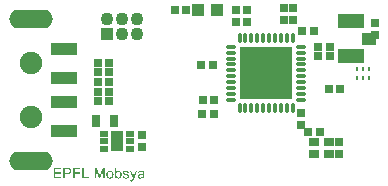
<source format=gts>
%FSLAX44Y44*%
%MOMM*%
G71*
G01*
G75*
G04 Layer_Color=8388736*
%ADD10C,0.3000*%
%ADD11C,0.4000*%
%ADD12R,1.0000X1.0000*%
%ADD13R,0.6000X0.6000*%
%ADD14R,0.7500X0.6500*%
%ADD15R,0.2500X0.4000*%
%ADD16O,0.7500X0.2800*%
%ADD17O,0.2800X0.7500*%
%ADD18R,4.5000X4.5000*%
%ADD19R,0.6000X0.3500*%
%ADD20R,1.0000X1.6000*%
%ADD21R,0.6000X0.6000*%
%ADD22R,0.7000X0.9000*%
%ADD23R,2.1000X1.0000*%
%ADD24R,2.2000X1.0500*%
%ADD25R,1.0500X1.0000*%
%ADD26R,3.9400X0.5000*%
%ADD27R,0.5000X2.0000*%
%ADD28R,2.6400X0.5000*%
%ADD29R,4.9000X0.5000*%
%ADD30R,0.5000X5.0000*%
%ADD31R,4.9000X0.9000*%
%ADD32R,0.5000X2.7000*%
%ADD33C,0.1500*%
%ADD34C,0.2500*%
%ADD35R,0.8000X0.3000*%
%ADD36R,0.1270X0.9398*%
%ADD37R,1.0000X0.1000*%
%ADD38R,0.1000X0.7000*%
%ADD39R,0.9000X0.3000*%
%ADD40R,0.2000X0.8000*%
%ADD41R,0.2000X0.7000*%
%ADD42R,0.2000X0.6000*%
%ADD43R,0.8000X0.2000*%
%ADD44R,1.2056X0.3999*%
%ADD45R,0.2000X1.1000*%
%ADD46R,1.0562X0.1836*%
%ADD47R,0.5334X0.2032*%
%ADD48R,0.5000X0.2259*%
%ADD49R,0.1818X0.4999*%
%ADD50R,0.4999X0.3145*%
%ADD51R,0.2939X0.5000*%
%ADD52R,0.2119X0.5000*%
%ADD53R,0.5860X0.9000*%
%ADD54R,0.4872X0.5000*%
%ADD55R,0.4658X0.5000*%
%ADD56R,0.4997X0.1609*%
%ADD57R,0.3013X0.5000*%
%ADD58C,1.0000*%
%ADD59R,1.0000X1.0000*%
%ADD60C,1.8000*%
%ADD61O,3.6000X1.5000*%
%ADD62C,0.6000*%
%ADD63R,0.5000X15.1000*%
%ADD64R,1.2000X1.2000*%
%ADD65O,0.7000X0.2300*%
%ADD66O,0.2300X0.7000*%
%ADD67R,1.0000X1.0000*%
%ADD68R,0.5000X0.2500*%
%ADD69R,0.8000X1.4000*%
%ADD70R,1.1000X1.1000*%
%ADD71R,0.7000X0.7000*%
%ADD72R,0.8500X0.7500*%
%ADD73O,0.8500X0.3800*%
%ADD74O,0.3800X0.8500*%
%ADD75R,0.7400X0.4900*%
%ADD76R,1.1000X1.7000*%
%ADD77R,0.7000X0.7000*%
%ADD78R,0.8000X1.0000*%
%ADD79R,2.2000X1.1000*%
%ADD80R,2.3000X1.1500*%
%ADD81R,1.1500X1.1000*%
%ADD82C,1.1000*%
%ADD83R,1.1000X1.1000*%
%ADD84C,1.9000*%
%ADD85O,3.7000X1.6000*%
G36*
X2232216Y2452951D02*
X2232436Y2452938D01*
X2232669Y2452925D01*
X2232889Y2452899D01*
X2233083Y2452874D01*
X2233109D01*
X2233200Y2452848D01*
X2233317Y2452822D01*
X2233472Y2452783D01*
X2233641Y2452718D01*
X2233822Y2452640D01*
X2234016Y2452550D01*
X2234185Y2452446D01*
X2234211Y2452433D01*
X2234262Y2452394D01*
X2234340Y2452316D01*
X2234444Y2452226D01*
X2234560Y2452109D01*
X2234677Y2451954D01*
X2234806Y2451785D01*
X2234910Y2451591D01*
X2234923Y2451565D01*
X2234949Y2451500D01*
X2235001Y2451384D01*
X2235053Y2451228D01*
X2235091Y2451047D01*
X2235143Y2450840D01*
X2235169Y2450607D01*
X2235182Y2450360D01*
Y2450347D01*
Y2450309D01*
Y2450257D01*
X2235169Y2450166D01*
X2235156Y2450075D01*
X2235143Y2449959D01*
X2235117Y2449829D01*
X2235091Y2449687D01*
X2235001Y2449389D01*
X2234949Y2449233D01*
X2234871Y2449065D01*
X2234780Y2448897D01*
X2234690Y2448741D01*
X2234573Y2448586D01*
X2234444Y2448430D01*
X2234431Y2448417D01*
X2234405Y2448391D01*
X2234366Y2448353D01*
X2234301Y2448314D01*
X2234223Y2448249D01*
X2234120Y2448184D01*
X2233990Y2448106D01*
X2233848Y2448042D01*
X2233679Y2447964D01*
X2233485Y2447886D01*
X2233278Y2447821D01*
X2233032Y2447770D01*
X2232773Y2447718D01*
X2232488Y2447679D01*
X2232164Y2447653D01*
X2231827Y2447640D01*
X2229534D01*
Y2444000D01*
X2228342D01*
Y2452964D01*
X2232021D01*
X2232216Y2452951D01*
D02*
G37*
G36*
X2226490Y2451902D02*
X2221192D01*
Y2449169D01*
X2226153D01*
Y2448106D01*
X2221192D01*
Y2445062D01*
X2226697D01*
Y2444000D01*
X2220000D01*
Y2452964D01*
X2226490D01*
Y2451902D01*
D02*
G37*
G36*
X2294615Y2450632D02*
X2294809Y2450620D01*
X2295030Y2450594D01*
X2295250Y2450555D01*
X2295470Y2450503D01*
X2295677Y2450438D01*
X2295703Y2450425D01*
X2295768Y2450399D01*
X2295859Y2450360D01*
X2295975Y2450309D01*
X2296105Y2450231D01*
X2296234Y2450153D01*
X2296351Y2450049D01*
X2296454Y2449946D01*
X2296467Y2449933D01*
X2296493Y2449894D01*
X2296532Y2449829D01*
X2296584Y2449752D01*
X2296649Y2449635D01*
X2296701Y2449518D01*
X2296752Y2449376D01*
X2296791Y2449207D01*
Y2449195D01*
X2296804Y2449156D01*
X2296817Y2449078D01*
X2296830Y2448974D01*
Y2448832D01*
X2296843Y2448663D01*
X2296856Y2448443D01*
Y2448197D01*
Y2446720D01*
Y2446707D01*
Y2446656D01*
Y2446578D01*
Y2446474D01*
Y2446358D01*
Y2446215D01*
X2296869Y2445904D01*
Y2445580D01*
X2296882Y2445257D01*
X2296895Y2445114D01*
Y2444984D01*
X2296908Y2444868D01*
X2296921Y2444777D01*
Y2444764D01*
X2296934Y2444713D01*
X2296947Y2444635D01*
X2296986Y2444531D01*
X2297012Y2444415D01*
X2297063Y2444285D01*
X2297128Y2444142D01*
X2297193Y2444000D01*
X2296040D01*
X2296027Y2444013D01*
X2296014Y2444065D01*
X2295988Y2444130D01*
X2295949Y2444233D01*
X2295910Y2444350D01*
X2295885Y2444492D01*
X2295859Y2444648D01*
X2295833Y2444816D01*
X2295820D01*
X2295807Y2444790D01*
X2295729Y2444725D01*
X2295612Y2444635D01*
X2295457Y2444518D01*
X2295263Y2444402D01*
X2295068Y2444272D01*
X2294861Y2444155D01*
X2294641Y2444065D01*
X2294615Y2444052D01*
X2294537Y2444039D01*
X2294421Y2444000D01*
X2294278Y2443961D01*
X2294097Y2443922D01*
X2293890Y2443896D01*
X2293656Y2443871D01*
X2293423Y2443858D01*
X2293320D01*
X2293242Y2443871D01*
X2293151D01*
X2293048Y2443883D01*
X2292814Y2443922D01*
X2292555Y2443987D01*
X2292270Y2444078D01*
X2292011Y2444207D01*
X2291778Y2444376D01*
X2291752Y2444402D01*
X2291687Y2444466D01*
X2291597Y2444583D01*
X2291493Y2444738D01*
X2291389Y2444933D01*
X2291299Y2445153D01*
X2291234Y2445425D01*
X2291221Y2445555D01*
X2291208Y2445710D01*
Y2445736D01*
Y2445788D01*
X2291221Y2445878D01*
X2291234Y2445995D01*
X2291260Y2446137D01*
X2291299Y2446280D01*
X2291351Y2446435D01*
X2291415Y2446578D01*
X2291428Y2446591D01*
X2291454Y2446643D01*
X2291506Y2446720D01*
X2291571Y2446811D01*
X2291649Y2446915D01*
X2291752Y2447018D01*
X2291856Y2447122D01*
X2291985Y2447213D01*
X2291998Y2447226D01*
X2292050Y2447251D01*
X2292115Y2447303D01*
X2292219Y2447355D01*
X2292335Y2447407D01*
X2292478Y2447472D01*
X2292620Y2447523D01*
X2292789Y2447575D01*
X2292802D01*
X2292853Y2447588D01*
X2292931Y2447614D01*
X2293035Y2447627D01*
X2293164Y2447653D01*
X2293333Y2447679D01*
X2293527Y2447718D01*
X2293760Y2447744D01*
X2293773D01*
X2293825Y2447757D01*
X2293890D01*
X2293980Y2447770D01*
X2294084Y2447783D01*
X2294214Y2447809D01*
X2294356Y2447821D01*
X2294511Y2447847D01*
X2294822Y2447912D01*
X2295159Y2447977D01*
X2295457Y2448055D01*
X2295600Y2448094D01*
X2295729Y2448132D01*
Y2448145D01*
Y2448171D01*
X2295742Y2448249D01*
Y2448340D01*
Y2448391D01*
Y2448417D01*
Y2448430D01*
Y2448443D01*
Y2448521D01*
X2295729Y2448651D01*
X2295703Y2448793D01*
X2295664Y2448948D01*
X2295600Y2449104D01*
X2295522Y2449246D01*
X2295418Y2449363D01*
X2295405Y2449376D01*
X2295341Y2449428D01*
X2295237Y2449480D01*
X2295107Y2449557D01*
X2294926Y2449622D01*
X2294719Y2449687D01*
X2294460Y2449726D01*
X2294162Y2449739D01*
X2294032D01*
X2293903Y2449726D01*
X2293721Y2449700D01*
X2293540Y2449674D01*
X2293346Y2449622D01*
X2293164Y2449557D01*
X2293009Y2449467D01*
X2292996Y2449454D01*
X2292944Y2449415D01*
X2292879Y2449350D01*
X2292802Y2449246D01*
X2292724Y2449117D01*
X2292633Y2448948D01*
X2292555Y2448741D01*
X2292478Y2448508D01*
X2291402Y2448651D01*
Y2448663D01*
X2291415Y2448676D01*
Y2448715D01*
X2291428Y2448767D01*
X2291467Y2448884D01*
X2291519Y2449052D01*
X2291584Y2449220D01*
X2291662Y2449402D01*
X2291765Y2449583D01*
X2291882Y2449752D01*
X2291895Y2449765D01*
X2291947Y2449816D01*
X2292024Y2449894D01*
X2292128Y2449998D01*
X2292270Y2450101D01*
X2292439Y2450205D01*
X2292633Y2450322D01*
X2292853Y2450412D01*
X2292866D01*
X2292879Y2450425D01*
X2292918Y2450438D01*
X2292970Y2450451D01*
X2293099Y2450490D01*
X2293281Y2450529D01*
X2293488Y2450568D01*
X2293747Y2450607D01*
X2294019Y2450632D01*
X2294330Y2450645D01*
X2294473D01*
X2294615Y2450632D01*
D02*
G37*
G36*
X2242812Y2451902D02*
X2237941D01*
Y2449130D01*
X2242151D01*
Y2448068D01*
X2237941D01*
Y2444000D01*
X2236750D01*
Y2452964D01*
X2242812D01*
Y2451902D01*
D02*
G37*
G36*
X2245493Y2445062D02*
X2249911D01*
Y2444000D01*
X2244302D01*
Y2452964D01*
X2245493D01*
Y2445062D01*
D02*
G37*
G36*
X2281441Y2450632D02*
X2281635Y2450620D01*
X2281842Y2450594D01*
X2282063Y2450542D01*
X2282296Y2450490D01*
X2282516Y2450412D01*
X2282529D01*
X2282542Y2450399D01*
X2282607Y2450373D01*
X2282710Y2450322D01*
X2282840Y2450257D01*
X2282982Y2450166D01*
X2283125Y2450063D01*
X2283254Y2449946D01*
X2283371Y2449816D01*
X2283384Y2449803D01*
X2283410Y2449752D01*
X2283462Y2449661D01*
X2283526Y2449557D01*
X2283591Y2449402D01*
X2283656Y2449233D01*
X2283708Y2449039D01*
X2283760Y2448819D01*
X2282684Y2448676D01*
Y2448702D01*
X2282672Y2448754D01*
X2282646Y2448845D01*
X2282607Y2448961D01*
X2282542Y2449078D01*
X2282464Y2449207D01*
X2282374Y2449337D01*
X2282244Y2449454D01*
X2282231Y2449467D01*
X2282179Y2449492D01*
X2282101Y2449544D01*
X2281985Y2449596D01*
X2281855Y2449648D01*
X2281687Y2449700D01*
X2281480Y2449726D01*
X2281259Y2449739D01*
X2281130D01*
X2281000Y2449726D01*
X2280832Y2449713D01*
X2280664Y2449674D01*
X2280482Y2449635D01*
X2280314Y2449570D01*
X2280171Y2449480D01*
X2280158Y2449467D01*
X2280119Y2449441D01*
X2280068Y2449389D01*
X2280016Y2449311D01*
X2279951Y2449233D01*
X2279899Y2449130D01*
X2279860Y2449013D01*
X2279848Y2448897D01*
Y2448884D01*
Y2448858D01*
X2279860Y2448819D01*
Y2448767D01*
X2279899Y2448638D01*
X2279977Y2448508D01*
X2279990Y2448495D01*
X2280003Y2448482D01*
X2280029Y2448443D01*
X2280081Y2448404D01*
X2280132Y2448365D01*
X2280210Y2448314D01*
X2280301Y2448275D01*
X2280405Y2448223D01*
X2280417D01*
X2280443Y2448210D01*
X2280495Y2448197D01*
X2280586Y2448158D01*
X2280715Y2448119D01*
X2280884Y2448080D01*
X2280987Y2448042D01*
X2281104Y2448016D01*
X2281234Y2447977D01*
X2281376Y2447938D01*
X2281389D01*
X2281428Y2447925D01*
X2281493Y2447912D01*
X2281570Y2447886D01*
X2281661Y2447860D01*
X2281778Y2447834D01*
X2282024Y2447757D01*
X2282296Y2447679D01*
X2282568Y2447588D01*
X2282814Y2447498D01*
X2282918Y2447459D01*
X2283008Y2447420D01*
X2283034Y2447407D01*
X2283086Y2447381D01*
X2283164Y2447342D01*
X2283280Y2447277D01*
X2283397Y2447200D01*
X2283513Y2447096D01*
X2283630Y2446979D01*
X2283734Y2446850D01*
X2283747Y2446837D01*
X2283772Y2446785D01*
X2283824Y2446707D01*
X2283876Y2446591D01*
X2283915Y2446448D01*
X2283967Y2446293D01*
X2283993Y2446111D01*
X2284006Y2445904D01*
Y2445878D01*
Y2445814D01*
X2283993Y2445710D01*
X2283967Y2445567D01*
X2283928Y2445412D01*
X2283863Y2445244D01*
X2283786Y2445049D01*
X2283682Y2444868D01*
X2283669Y2444842D01*
X2283617Y2444790D01*
X2283552Y2444700D01*
X2283449Y2444596D01*
X2283306Y2444479D01*
X2283151Y2444350D01*
X2282969Y2444233D01*
X2282749Y2444117D01*
X2282736D01*
X2282723Y2444104D01*
X2282646Y2444078D01*
X2282516Y2444039D01*
X2282348Y2443987D01*
X2282140Y2443935D01*
X2281907Y2443896D01*
X2281661Y2443871D01*
X2281376Y2443858D01*
X2281259D01*
X2281169Y2443871D01*
X2281065D01*
X2280936Y2443883D01*
X2280806Y2443896D01*
X2280664Y2443922D01*
X2280353Y2443987D01*
X2280029Y2444078D01*
X2279718Y2444207D01*
X2279576Y2444285D01*
X2279446Y2444376D01*
X2279433Y2444389D01*
X2279420Y2444402D01*
X2279342Y2444479D01*
X2279226Y2444596D01*
X2279096Y2444777D01*
X2278954Y2444998D01*
X2278811Y2445257D01*
X2278695Y2445580D01*
X2278604Y2445943D01*
X2279692Y2446111D01*
Y2446099D01*
Y2446086D01*
X2279718Y2446008D01*
X2279744Y2445878D01*
X2279796Y2445736D01*
X2279860Y2445580D01*
X2279938Y2445412D01*
X2280055Y2445244D01*
X2280197Y2445101D01*
X2280223Y2445088D01*
X2280275Y2445049D01*
X2280379Y2444998D01*
X2280508Y2444933D01*
X2280677Y2444868D01*
X2280871Y2444816D01*
X2281104Y2444777D01*
X2281376Y2444764D01*
X2281506D01*
X2281635Y2444777D01*
X2281803Y2444803D01*
X2281985Y2444842D01*
X2282179Y2444894D01*
X2282348Y2444959D01*
X2282503Y2445062D01*
X2282516Y2445075D01*
X2282568Y2445114D01*
X2282620Y2445179D01*
X2282697Y2445269D01*
X2282762Y2445373D01*
X2282827Y2445503D01*
X2282866Y2445632D01*
X2282879Y2445788D01*
Y2445801D01*
Y2445852D01*
X2282866Y2445917D01*
X2282840Y2446008D01*
X2282801Y2446099D01*
X2282736Y2446189D01*
X2282659Y2446293D01*
X2282542Y2446371D01*
X2282529Y2446384D01*
X2282490Y2446396D01*
X2282425Y2446435D01*
X2282322Y2446474D01*
X2282166Y2446526D01*
X2282076Y2446565D01*
X2281972Y2446591D01*
X2281855Y2446630D01*
X2281726Y2446669D01*
X2281583Y2446707D01*
X2281415Y2446746D01*
X2281402D01*
X2281363Y2446759D01*
X2281298Y2446772D01*
X2281221Y2446798D01*
X2281117Y2446824D01*
X2281000Y2446863D01*
X2280754Y2446928D01*
X2280469Y2447018D01*
X2280197Y2447096D01*
X2279938Y2447187D01*
X2279822Y2447238D01*
X2279731Y2447277D01*
X2279705Y2447290D01*
X2279653Y2447316D01*
X2279576Y2447368D01*
X2279472Y2447433D01*
X2279355Y2447523D01*
X2279239Y2447627D01*
X2279122Y2447744D01*
X2279018Y2447886D01*
X2279005Y2447899D01*
X2278980Y2447951D01*
X2278941Y2448042D01*
X2278902Y2448145D01*
X2278863Y2448275D01*
X2278824Y2448430D01*
X2278798Y2448586D01*
X2278785Y2448767D01*
Y2448793D01*
Y2448845D01*
X2278798Y2448922D01*
X2278811Y2449039D01*
X2278837Y2449156D01*
X2278863Y2449298D01*
X2278915Y2449428D01*
X2278980Y2449570D01*
X2278992Y2449583D01*
X2279018Y2449635D01*
X2279057Y2449700D01*
X2279122Y2449790D01*
X2279200Y2449881D01*
X2279290Y2449998D01*
X2279394Y2450101D01*
X2279524Y2450192D01*
X2279537Y2450205D01*
X2279576Y2450218D01*
X2279627Y2450257D01*
X2279705Y2450296D01*
X2279809Y2450347D01*
X2279925Y2450399D01*
X2280068Y2450451D01*
X2280223Y2450503D01*
X2280249Y2450516D01*
X2280301Y2450529D01*
X2280392Y2450555D01*
X2280508Y2450581D01*
X2280651Y2450607D01*
X2280806Y2450620D01*
X2280987Y2450645D01*
X2281298D01*
X2281441Y2450632D01*
D02*
G37*
G36*
X2267956D02*
X2268072Y2450620D01*
X2268202Y2450594D01*
X2268344Y2450568D01*
X2268513Y2450542D01*
X2268862Y2450425D01*
X2269044Y2450360D01*
X2269225Y2450270D01*
X2269407Y2450179D01*
X2269588Y2450049D01*
X2269756Y2449920D01*
X2269925Y2449765D01*
X2269938Y2449752D01*
X2269964Y2449726D01*
X2270002Y2449674D01*
X2270054Y2449609D01*
X2270119Y2449518D01*
X2270197Y2449402D01*
X2270275Y2449272D01*
X2270352Y2449130D01*
X2270430Y2448974D01*
X2270508Y2448780D01*
X2270585Y2448586D01*
X2270650Y2448365D01*
X2270702Y2448132D01*
X2270741Y2447886D01*
X2270767Y2447627D01*
X2270780Y2447342D01*
Y2447329D01*
Y2447290D01*
Y2447226D01*
Y2447135D01*
X2270767Y2447031D01*
X2270754Y2446902D01*
Y2446772D01*
X2270728Y2446630D01*
X2270689Y2446306D01*
X2270611Y2445982D01*
X2270521Y2445658D01*
X2270391Y2445360D01*
Y2445347D01*
X2270378Y2445334D01*
X2270352Y2445295D01*
X2270326Y2445244D01*
X2270236Y2445114D01*
X2270119Y2444959D01*
X2269964Y2444777D01*
X2269769Y2444596D01*
X2269549Y2444415D01*
X2269290Y2444246D01*
X2269277D01*
X2269264Y2444233D01*
X2269225Y2444207D01*
X2269160Y2444181D01*
X2269096Y2444155D01*
X2269018Y2444130D01*
X2268824Y2444052D01*
X2268603Y2443987D01*
X2268331Y2443922D01*
X2268046Y2443871D01*
X2267735Y2443858D01*
X2267606D01*
X2267502Y2443871D01*
X2267386Y2443883D01*
X2267256Y2443909D01*
X2267101Y2443935D01*
X2266945Y2443961D01*
X2266595Y2444065D01*
X2266401Y2444142D01*
X2266220Y2444220D01*
X2266039Y2444324D01*
X2265857Y2444440D01*
X2265689Y2444570D01*
X2265520Y2444725D01*
X2265507Y2444738D01*
X2265482Y2444764D01*
X2265443Y2444816D01*
X2265391Y2444894D01*
X2265326Y2444984D01*
X2265261Y2445088D01*
X2265184Y2445218D01*
X2265106Y2445373D01*
X2265028Y2445542D01*
X2264950Y2445736D01*
X2264886Y2445943D01*
X2264821Y2446163D01*
X2264769Y2446409D01*
X2264730Y2446669D01*
X2264704Y2446953D01*
X2264691Y2447251D01*
Y2447277D01*
Y2447329D01*
X2264704Y2447420D01*
Y2447549D01*
X2264717Y2447692D01*
X2264743Y2447873D01*
X2264769Y2448055D01*
X2264821Y2448262D01*
X2264873Y2448469D01*
X2264937Y2448689D01*
X2265015Y2448922D01*
X2265119Y2449143D01*
X2265222Y2449350D01*
X2265365Y2449557D01*
X2265507Y2449752D01*
X2265689Y2449920D01*
X2265702Y2449933D01*
X2265728Y2449946D01*
X2265779Y2449985D01*
X2265844Y2450037D01*
X2265922Y2450088D01*
X2266026Y2450153D01*
X2266129Y2450218D01*
X2266259Y2450283D01*
X2266401Y2450347D01*
X2266557Y2450412D01*
X2266906Y2450529D01*
X2267308Y2450620D01*
X2267515Y2450632D01*
X2267735Y2450645D01*
X2267865D01*
X2267956Y2450632D01*
D02*
G37*
G36*
X2263318Y2444000D02*
X2262178D01*
Y2451500D01*
X2259561Y2444000D01*
X2258499D01*
X2255909Y2451630D01*
Y2444000D01*
X2254769D01*
Y2452964D01*
X2256543D01*
X2258668Y2446604D01*
Y2446591D01*
X2258681Y2446565D01*
X2258694Y2446526D01*
X2258719Y2446461D01*
X2258771Y2446306D01*
X2258836Y2446111D01*
X2258901Y2445891D01*
X2258979Y2445671D01*
X2259043Y2445464D01*
X2259095Y2445282D01*
X2259108Y2445308D01*
X2259121Y2445373D01*
X2259160Y2445490D01*
X2259212Y2445645D01*
X2259276Y2445852D01*
X2259367Y2446099D01*
X2259458Y2446384D01*
X2259574Y2446720D01*
X2261725Y2452964D01*
X2263318D01*
Y2444000D01*
D02*
G37*
G36*
X2273150Y2449765D02*
X2273163Y2449778D01*
X2273176Y2449803D01*
X2273215Y2449842D01*
X2273280Y2449907D01*
X2273345Y2449972D01*
X2273422Y2450049D01*
X2273526Y2450127D01*
X2273630Y2450205D01*
X2273889Y2450373D01*
X2274187Y2450503D01*
X2274355Y2450568D01*
X2274536Y2450607D01*
X2274731Y2450632D01*
X2274925Y2450645D01*
X2275029D01*
X2275145Y2450632D01*
X2275288Y2450620D01*
X2275456Y2450581D01*
X2275650Y2450542D01*
X2275858Y2450477D01*
X2276052Y2450399D01*
X2276078Y2450386D01*
X2276143Y2450360D01*
X2276246Y2450296D01*
X2276363Y2450218D01*
X2276505Y2450127D01*
X2276648Y2450011D01*
X2276803Y2449868D01*
X2276933Y2449713D01*
X2276946Y2449700D01*
X2276985Y2449635D01*
X2277049Y2449544D01*
X2277127Y2449428D01*
X2277218Y2449272D01*
X2277309Y2449091D01*
X2277399Y2448884D01*
X2277477Y2448663D01*
Y2448651D01*
X2277490Y2448638D01*
X2277503Y2448599D01*
X2277516Y2448560D01*
X2277542Y2448430D01*
X2277581Y2448262D01*
X2277619Y2448068D01*
X2277658Y2447847D01*
X2277671Y2447601D01*
X2277684Y2447342D01*
Y2447329D01*
Y2447264D01*
Y2447187D01*
X2277671Y2447070D01*
X2277658Y2446928D01*
X2277645Y2446772D01*
X2277619Y2446591D01*
X2277581Y2446396D01*
X2277477Y2445982D01*
X2277412Y2445762D01*
X2277334Y2445555D01*
X2277244Y2445334D01*
X2277127Y2445140D01*
X2276998Y2444946D01*
X2276855Y2444764D01*
X2276842Y2444751D01*
X2276816Y2444725D01*
X2276777Y2444687D01*
X2276713Y2444622D01*
X2276622Y2444557D01*
X2276531Y2444479D01*
X2276428Y2444402D01*
X2276298Y2444311D01*
X2276156Y2444233D01*
X2276013Y2444142D01*
X2275663Y2444000D01*
X2275482Y2443935D01*
X2275288Y2443896D01*
X2275080Y2443871D01*
X2274873Y2443858D01*
X2274821D01*
X2274757Y2443871D01*
X2274679D01*
X2274588Y2443883D01*
X2274472Y2443909D01*
X2274212Y2443974D01*
X2274070Y2444026D01*
X2273927Y2444091D01*
X2273772Y2444168D01*
X2273630Y2444259D01*
X2273474Y2444376D01*
X2273332Y2444505D01*
X2273202Y2444648D01*
X2273073Y2444816D01*
Y2444000D01*
X2272049D01*
Y2452964D01*
X2273150D01*
Y2449765D01*
D02*
G37*
G36*
X2288164Y2443896D02*
Y2443883D01*
X2288151Y2443845D01*
X2288125Y2443793D01*
X2288099Y2443728D01*
X2288060Y2443637D01*
X2288022Y2443534D01*
X2287931Y2443313D01*
X2287840Y2443067D01*
X2287737Y2442821D01*
X2287633Y2442601D01*
X2287581Y2442510D01*
X2287542Y2442420D01*
X2287529Y2442394D01*
X2287490Y2442329D01*
X2287426Y2442238D01*
X2287348Y2442122D01*
X2287244Y2441992D01*
X2287128Y2441863D01*
X2287011Y2441733D01*
X2286869Y2441629D01*
X2286856Y2441617D01*
X2286804Y2441591D01*
X2286726Y2441552D01*
X2286609Y2441500D01*
X2286480Y2441448D01*
X2286324Y2441409D01*
X2286156Y2441383D01*
X2285962Y2441370D01*
X2285910D01*
X2285845Y2441383D01*
X2285755D01*
X2285651Y2441409D01*
X2285534Y2441435D01*
X2285405Y2441461D01*
X2285262Y2441513D01*
X2285146Y2442536D01*
X2285159D01*
X2285210Y2442523D01*
X2285275Y2442510D01*
X2285353Y2442484D01*
X2285560Y2442446D01*
X2285768Y2442433D01*
X2285832D01*
X2285897Y2442446D01*
X2285975D01*
X2286169Y2442484D01*
X2286260Y2442523D01*
X2286350Y2442562D01*
X2286363D01*
X2286389Y2442588D01*
X2286428Y2442614D01*
X2286480Y2442653D01*
X2286597Y2442756D01*
X2286700Y2442899D01*
Y2442912D01*
X2286726Y2442938D01*
X2286752Y2442990D01*
X2286778Y2443067D01*
X2286830Y2443171D01*
X2286882Y2443326D01*
X2286959Y2443508D01*
X2287037Y2443728D01*
Y2443741D01*
X2287063Y2443793D01*
X2287089Y2443883D01*
X2287141Y2444000D01*
X2284679Y2450503D01*
X2285845D01*
X2287205Y2446733D01*
Y2446720D01*
X2287218Y2446707D01*
X2287231Y2446669D01*
X2287244Y2446604D01*
X2287270Y2446539D01*
X2287296Y2446461D01*
X2287361Y2446280D01*
X2287439Y2446060D01*
X2287516Y2445801D01*
X2287594Y2445529D01*
X2287672Y2445231D01*
Y2445244D01*
X2287685Y2445269D01*
X2287698Y2445308D01*
X2287711Y2445360D01*
X2287724Y2445425D01*
X2287749Y2445503D01*
X2287801Y2445697D01*
X2287866Y2445917D01*
X2287957Y2446176D01*
X2288034Y2446435D01*
X2288138Y2446707D01*
X2289537Y2450503D01*
X2290638D01*
X2288164Y2443896D01*
D02*
G37*
%LPC*%
G36*
X2274951Y2449739D02*
X2274757D01*
X2274705Y2449726D01*
X2274562Y2449700D01*
X2274394Y2449661D01*
X2274200Y2449583D01*
X2273992Y2449467D01*
X2273889Y2449402D01*
X2273785Y2449311D01*
X2273681Y2449220D01*
X2273578Y2449104D01*
Y2449091D01*
X2273552Y2449078D01*
X2273526Y2449039D01*
X2273500Y2448987D01*
X2273461Y2448922D01*
X2273409Y2448845D01*
X2273371Y2448754D01*
X2273319Y2448651D01*
X2273267Y2448521D01*
X2273228Y2448391D01*
X2273176Y2448236D01*
X2273137Y2448080D01*
X2273111Y2447899D01*
X2273085Y2447705D01*
X2273060Y2447511D01*
Y2447290D01*
Y2447277D01*
Y2447238D01*
Y2447174D01*
Y2447096D01*
X2273073Y2447005D01*
Y2446889D01*
X2273098Y2446643D01*
X2273137Y2446371D01*
X2273189Y2446086D01*
X2273267Y2445827D01*
X2273319Y2445710D01*
X2273371Y2445606D01*
Y2445593D01*
X2273396Y2445567D01*
X2273422Y2445529D01*
X2273461Y2445477D01*
X2273578Y2445334D01*
X2273746Y2445192D01*
X2273940Y2445036D01*
X2274187Y2444894D01*
X2274316Y2444842D01*
X2274472Y2444803D01*
X2274614Y2444777D01*
X2274783Y2444764D01*
X2274847D01*
X2274899Y2444777D01*
X2275042Y2444803D01*
X2275210Y2444842D01*
X2275404Y2444920D01*
X2275612Y2445023D01*
X2275819Y2445179D01*
X2275922Y2445282D01*
X2276026Y2445386D01*
Y2445399D01*
X2276052Y2445412D01*
X2276078Y2445451D01*
X2276104Y2445503D01*
X2276156Y2445567D01*
X2276194Y2445645D01*
X2276246Y2445749D01*
X2276298Y2445852D01*
X2276337Y2445982D01*
X2276389Y2446111D01*
X2276441Y2446267D01*
X2276479Y2446435D01*
X2276505Y2446617D01*
X2276531Y2446811D01*
X2276557Y2447031D01*
Y2447251D01*
Y2447264D01*
Y2447303D01*
Y2447368D01*
X2276544Y2447459D01*
Y2447562D01*
X2276531Y2447692D01*
X2276492Y2447964D01*
X2276441Y2448262D01*
X2276350Y2448586D01*
X2276220Y2448871D01*
X2276143Y2449013D01*
X2276052Y2449130D01*
Y2449143D01*
X2276026Y2449156D01*
X2275961Y2449220D01*
X2275858Y2449324D01*
X2275715Y2449441D01*
X2275534Y2449544D01*
X2275327Y2449648D01*
X2275080Y2449713D01*
X2274951Y2449739D01*
D02*
G37*
G36*
X2232099Y2451902D02*
X2229534D01*
Y2448702D01*
X2231944D01*
X2232034Y2448715D01*
X2232125D01*
X2232229Y2448728D01*
X2232475Y2448754D01*
X2232747Y2448806D01*
X2233019Y2448884D01*
X2233265Y2448987D01*
X2233382Y2449052D01*
X2233472Y2449130D01*
X2233498Y2449156D01*
X2233550Y2449207D01*
X2233628Y2449311D01*
X2233718Y2449441D01*
X2233809Y2449609D01*
X2233887Y2449816D01*
X2233938Y2450049D01*
X2233964Y2450322D01*
Y2450334D01*
Y2450347D01*
Y2450412D01*
X2233952Y2450529D01*
X2233926Y2450658D01*
X2233900Y2450801D01*
X2233848Y2450969D01*
X2233770Y2451125D01*
X2233679Y2451280D01*
X2233667Y2451293D01*
X2233628Y2451345D01*
X2233563Y2451410D01*
X2233485Y2451500D01*
X2233369Y2451591D01*
X2233239Y2451669D01*
X2233096Y2451747D01*
X2232928Y2451811D01*
X2232915D01*
X2232863Y2451824D01*
X2232786Y2451837D01*
X2232682Y2451863D01*
X2232527Y2451876D01*
X2232332Y2451889D01*
X2232099Y2451902D01*
D02*
G37*
G36*
X2295742Y2447264D02*
X2295729D01*
X2295716Y2447251D01*
X2295677Y2447238D01*
X2295625Y2447226D01*
X2295561Y2447200D01*
X2295483Y2447174D01*
X2295392Y2447148D01*
X2295289Y2447122D01*
X2295172Y2447083D01*
X2295030Y2447057D01*
X2294887Y2447018D01*
X2294719Y2446979D01*
X2294537Y2446941D01*
X2294356Y2446902D01*
X2294149Y2446876D01*
X2293929Y2446837D01*
X2293903D01*
X2293825Y2446824D01*
X2293695Y2446798D01*
X2293553Y2446772D01*
X2293397Y2446746D01*
X2293242Y2446707D01*
X2293099Y2446669D01*
X2292970Y2446617D01*
X2292957D01*
X2292918Y2446591D01*
X2292866Y2446565D01*
X2292814Y2446526D01*
X2292659Y2446422D01*
X2292529Y2446267D01*
Y2446254D01*
X2292504Y2446228D01*
X2292491Y2446176D01*
X2292465Y2446111D01*
X2292439Y2446034D01*
X2292413Y2445956D01*
X2292400Y2445852D01*
X2292387Y2445749D01*
Y2445736D01*
Y2445671D01*
X2292400Y2445593D01*
X2292426Y2445490D01*
X2292465Y2445373D01*
X2292529Y2445257D01*
X2292607Y2445127D01*
X2292711Y2445010D01*
X2292724Y2444998D01*
X2292776Y2444972D01*
X2292853Y2444920D01*
X2292957Y2444868D01*
X2293099Y2444816D01*
X2293268Y2444764D01*
X2293462Y2444738D01*
X2293695Y2444725D01*
X2293799D01*
X2293929Y2444738D01*
X2294071Y2444764D01*
X2294252Y2444790D01*
X2294434Y2444842D01*
X2294628Y2444907D01*
X2294822Y2444998D01*
X2294848Y2445010D01*
X2294900Y2445049D01*
X2294991Y2445114D01*
X2295094Y2445205D01*
X2295211Y2445308D01*
X2295341Y2445438D01*
X2295444Y2445593D01*
X2295548Y2445762D01*
X2295561Y2445775D01*
X2295574Y2445827D01*
X2295600Y2445917D01*
X2295638Y2446034D01*
X2295677Y2446189D01*
X2295703Y2446371D01*
X2295716Y2446591D01*
X2295729Y2446850D01*
X2295742Y2447264D01*
D02*
G37*
G36*
X2267735Y2449739D02*
X2267658D01*
X2267593Y2449726D01*
X2267451Y2449713D01*
X2267256Y2449661D01*
X2267036Y2449583D01*
X2266803Y2449480D01*
X2266583Y2449324D01*
X2266466Y2449220D01*
X2266362Y2449117D01*
Y2449104D01*
X2266337Y2449091D01*
X2266311Y2449052D01*
X2266272Y2449000D01*
X2266233Y2448936D01*
X2266194Y2448858D01*
X2266142Y2448754D01*
X2266090Y2448651D01*
X2266039Y2448521D01*
X2265987Y2448391D01*
X2265948Y2448236D01*
X2265909Y2448068D01*
X2265870Y2447886D01*
X2265844Y2447692D01*
X2265831Y2447472D01*
X2265818Y2447251D01*
Y2447238D01*
Y2447200D01*
Y2447135D01*
X2265831Y2447044D01*
Y2446941D01*
X2265844Y2446824D01*
X2265883Y2446552D01*
X2265948Y2446241D01*
X2266051Y2445930D01*
X2266181Y2445632D01*
X2266272Y2445503D01*
X2266362Y2445373D01*
X2266375D01*
X2266388Y2445347D01*
X2266466Y2445282D01*
X2266583Y2445179D01*
X2266738Y2445075D01*
X2266932Y2444959D01*
X2267166Y2444855D01*
X2267438Y2444790D01*
X2267580Y2444777D01*
X2267735Y2444764D01*
X2267813D01*
X2267878Y2444777D01*
X2268020Y2444803D01*
X2268215Y2444842D01*
X2268422Y2444920D01*
X2268655Y2445023D01*
X2268875Y2445179D01*
X2268992Y2445282D01*
X2269096Y2445386D01*
X2269109Y2445399D01*
X2269122Y2445412D01*
X2269147Y2445451D01*
X2269186Y2445503D01*
X2269225Y2445567D01*
X2269277Y2445645D01*
X2269329Y2445749D01*
X2269381Y2445852D01*
X2269433Y2445982D01*
X2269471Y2446125D01*
X2269523Y2446280D01*
X2269562Y2446448D01*
X2269601Y2446643D01*
X2269627Y2446837D01*
X2269653Y2447057D01*
Y2447290D01*
Y2447303D01*
Y2447342D01*
Y2447407D01*
X2269640Y2447485D01*
Y2447588D01*
X2269627Y2447705D01*
X2269588Y2447977D01*
X2269523Y2448262D01*
X2269420Y2448573D01*
X2269277Y2448858D01*
X2269199Y2449000D01*
X2269096Y2449117D01*
Y2449130D01*
X2269070Y2449143D01*
X2268992Y2449220D01*
X2268875Y2449311D01*
X2268720Y2449428D01*
X2268526Y2449544D01*
X2268293Y2449648D01*
X2268033Y2449713D01*
X2267891Y2449726D01*
X2267735Y2449739D01*
D02*
G37*
%LPD*%
D15*
X2476966Y2537020D02*
D03*
Y2529020D02*
D03*
X2481966Y2537020D02*
D03*
Y2529020D02*
D03*
X2486966Y2537020D02*
D03*
Y2529020D02*
D03*
D18*
X2400000Y2533000D02*
D03*
D70*
X2342140Y2586360D02*
D03*
X2358140D02*
D03*
D71*
X2415000Y2588000D02*
D03*
Y2578000D02*
D03*
X2295276Y2470616D02*
D03*
Y2480616D02*
D03*
X2461900Y2474520D02*
D03*
Y2464520D02*
D03*
X2429388Y2499158D02*
D03*
Y2489158D02*
D03*
X2492126Y2565358D02*
D03*
Y2575358D02*
D03*
X2423000Y2578000D02*
D03*
Y2588000D02*
D03*
X2374524Y2576788D02*
D03*
Y2586788D02*
D03*
X2383414Y2576788D02*
D03*
Y2586788D02*
D03*
D72*
X2440264Y2464854D02*
D03*
X2453264D02*
D03*
X2440264Y2474854D02*
D03*
X2453264D02*
D03*
D73*
X2370250Y2555500D02*
D03*
Y2550500D02*
D03*
Y2545500D02*
D03*
Y2540500D02*
D03*
Y2535500D02*
D03*
Y2530500D02*
D03*
Y2525500D02*
D03*
Y2520500D02*
D03*
X2370250Y2515500D02*
D03*
X2370250Y2510500D02*
D03*
X2429750D02*
D03*
X2429750Y2515500D02*
D03*
X2429750Y2520500D02*
D03*
Y2525500D02*
D03*
Y2530500D02*
D03*
Y2535500D02*
D03*
Y2540500D02*
D03*
Y2545500D02*
D03*
Y2550500D02*
D03*
Y2555500D02*
D03*
D74*
X2377500Y2503250D02*
D03*
X2382500D02*
D03*
X2387500D02*
D03*
X2392500D02*
D03*
X2397500D02*
D03*
X2402500D02*
D03*
X2407500D02*
D03*
X2412500D02*
D03*
X2417500Y2503250D02*
D03*
X2422500Y2503250D02*
D03*
Y2562750D02*
D03*
X2417500Y2562750D02*
D03*
X2412500Y2562750D02*
D03*
X2407500D02*
D03*
X2402500D02*
D03*
X2397500D02*
D03*
X2392500D02*
D03*
X2387500D02*
D03*
X2382500D02*
D03*
X2377500D02*
D03*
D75*
X2284862Y2468966D02*
D03*
X2262862D02*
D03*
X2284862Y2475466D02*
D03*
Y2481966D02*
D03*
X2262862Y2475466D02*
D03*
Y2481966D02*
D03*
D76*
X2273862Y2475466D02*
D03*
D77*
X2257256Y2541910D02*
D03*
X2267256D02*
D03*
X2267256Y2509398D02*
D03*
X2257256D02*
D03*
X2267256Y2517526D02*
D03*
X2257256D02*
D03*
X2267256Y2525654D02*
D03*
X2257256D02*
D03*
X2267256Y2533782D02*
D03*
X2257256D02*
D03*
X2322534Y2586614D02*
D03*
X2332534D02*
D03*
X2354886Y2540132D02*
D03*
X2344886D02*
D03*
X2356156Y2510668D02*
D03*
X2346156D02*
D03*
X2355902Y2498730D02*
D03*
X2345902D02*
D03*
X2445564Y2482982D02*
D03*
X2435564D02*
D03*
X2452836Y2519558D02*
D03*
X2462836D02*
D03*
X2443946Y2547498D02*
D03*
X2453946D02*
D03*
X2443946Y2555626D02*
D03*
X2453946D02*
D03*
X2440484Y2568834D02*
D03*
X2430484D02*
D03*
D78*
X2271026Y2492888D02*
D03*
X2256026D02*
D03*
D79*
X2229000Y2554000D02*
D03*
Y2529000D02*
D03*
Y2509000D02*
D03*
Y2484000D02*
D03*
D80*
X2472060Y2547734D02*
D03*
Y2577234D02*
D03*
D81*
X2487310Y2562484D02*
D03*
D82*
X2290958Y2579248D02*
D03*
Y2566548D02*
D03*
X2278258Y2579248D02*
D03*
Y2566548D02*
D03*
X2265558Y2579248D02*
D03*
D83*
Y2566548D02*
D03*
D84*
X2201000Y2496000D02*
D03*
Y2542000D02*
D03*
D85*
Y2459000D02*
D03*
Y2579000D02*
D03*
M02*

</source>
